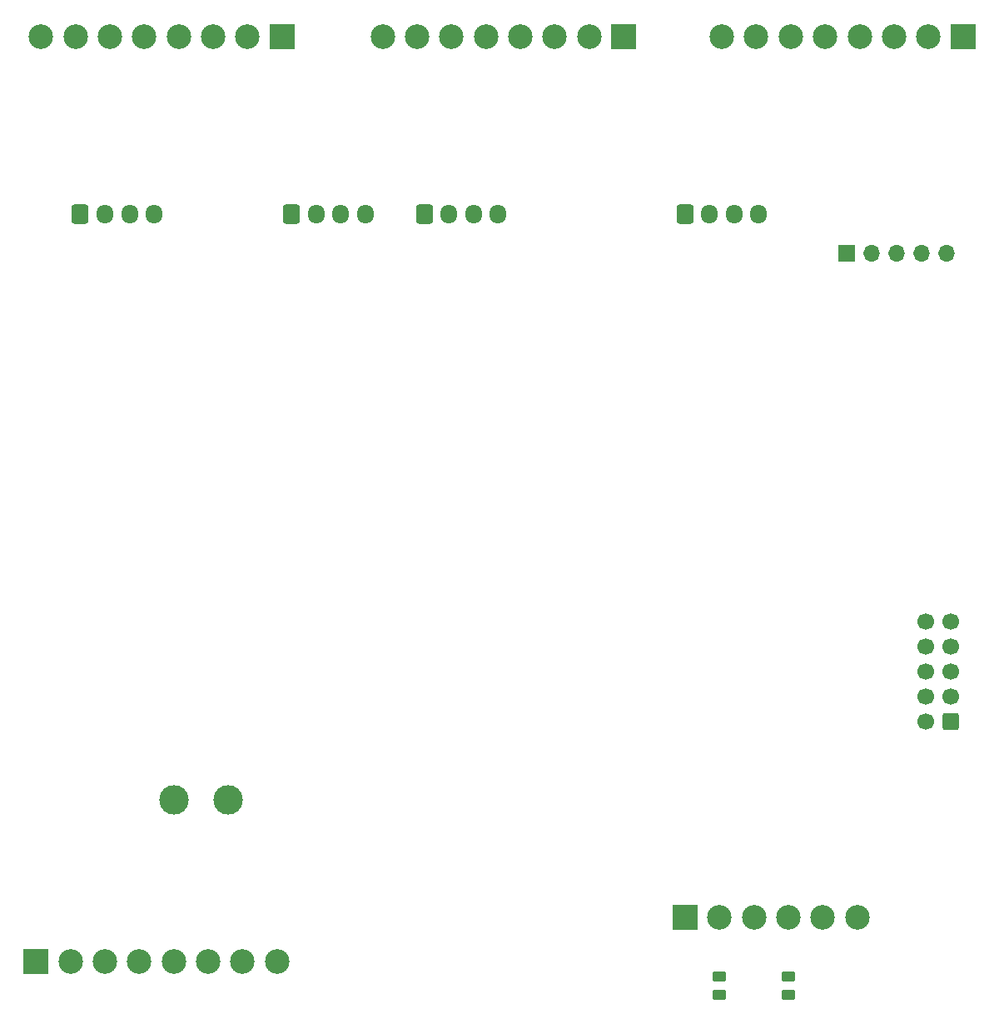
<source format=gbr>
%TF.GenerationSoftware,KiCad,Pcbnew,8.0.5-8.0.5-0~ubuntu22.04.1*%
%TF.CreationDate,2024-09-30T17:11:09+02:00*%
%TF.ProjectId,BTT-SKR-MINI-E3_shield,4254542d-534b-4522-9d4d-494e492d4533,rev?*%
%TF.SameCoordinates,Original*%
%TF.FileFunction,Soldermask,Top*%
%TF.FilePolarity,Negative*%
%FSLAX46Y46*%
G04 Gerber Fmt 4.6, Leading zero omitted, Abs format (unit mm)*
G04 Created by KiCad (PCBNEW 8.0.5-8.0.5-0~ubuntu22.04.1) date 2024-09-30 17:11:09*
%MOMM*%
%LPD*%
G01*
G04 APERTURE LIST*
G04 Aperture macros list*
%AMRoundRect*
0 Rectangle with rounded corners*
0 $1 Rounding radius*
0 $2 $3 $4 $5 $6 $7 $8 $9 X,Y pos of 4 corners*
0 Add a 4 corners polygon primitive as box body*
4,1,4,$2,$3,$4,$5,$6,$7,$8,$9,$2,$3,0*
0 Add four circle primitives for the rounded corners*
1,1,$1+$1,$2,$3*
1,1,$1+$1,$4,$5*
1,1,$1+$1,$6,$7*
1,1,$1+$1,$8,$9*
0 Add four rect primitives between the rounded corners*
20,1,$1+$1,$2,$3,$4,$5,0*
20,1,$1+$1,$4,$5,$6,$7,0*
20,1,$1+$1,$6,$7,$8,$9,0*
20,1,$1+$1,$8,$9,$2,$3,0*%
G04 Aperture macros list end*
%ADD10R,1.700000X1.700000*%
%ADD11O,1.700000X1.700000*%
%ADD12R,2.500000X2.500000*%
%ADD13C,2.500000*%
%ADD14RoundRect,0.250000X-0.600000X-0.725000X0.600000X-0.725000X0.600000X0.725000X-0.600000X0.725000X0*%
%ADD15O,1.700000X1.950000*%
%ADD16RoundRect,0.250000X0.450000X-0.262500X0.450000X0.262500X-0.450000X0.262500X-0.450000X-0.262500X0*%
%ADD17RoundRect,0.250000X-0.600000X-0.600000X0.600000X-0.600000X0.600000X0.600000X-0.600000X0.600000X0*%
%ADD18C,1.700000*%
%ADD19C,3.000000*%
G04 APERTURE END LIST*
D10*
%TO.C,GPIO1*%
X186925000Y-59000000D03*
D11*
X189465000Y-59000000D03*
X192005000Y-59000000D03*
X194545000Y-59000000D03*
X197085000Y-59000000D03*
%TD*%
D12*
%TO.C,MOTOR1*%
X129500000Y-37000000D03*
D13*
X126000000Y-37000000D03*
X122500000Y-37000000D03*
X119000000Y-37000000D03*
X115500000Y-37000000D03*
X112000000Y-37000000D03*
X108500000Y-37000000D03*
X105000000Y-37000000D03*
%TD*%
D12*
%TO.C,MOTOR3*%
X198750000Y-37000000D03*
D13*
X195250000Y-37000000D03*
X191750000Y-37000000D03*
X188250000Y-37000000D03*
X184750000Y-37000000D03*
X181250000Y-37000000D03*
X177750000Y-37000000D03*
X174250000Y-37000000D03*
%TD*%
D14*
%TO.C,EM1*%
X170500000Y-55000000D03*
D15*
X173000000Y-55000000D03*
X175500000Y-55000000D03*
X178000000Y-55000000D03*
%TD*%
D16*
%TO.C,R2*%
X181000000Y-134325000D03*
X181000000Y-132500000D03*
%TD*%
D14*
%TO.C,ZM1*%
X144000000Y-55000000D03*
D15*
X146500000Y-55000000D03*
X149000000Y-55000000D03*
X151500000Y-55000000D03*
%TD*%
D16*
%TO.C,R1*%
X174000000Y-134325000D03*
X174000000Y-132500000D03*
%TD*%
D12*
%TO.C,MOTOR4*%
X104500000Y-131000000D03*
D13*
X108000000Y-131000000D03*
X111500000Y-131000000D03*
X115000000Y-131000000D03*
X118500000Y-131000000D03*
X122000000Y-131000000D03*
X125500000Y-131000000D03*
X129000000Y-131000000D03*
%TD*%
D14*
%TO.C,YM1*%
X130500000Y-55000000D03*
D15*
X133000000Y-55000000D03*
X135500000Y-55000000D03*
X138000000Y-55000000D03*
%TD*%
D17*
%TO.C,EXP1*%
X197500000Y-106540000D03*
D18*
X194960000Y-106540000D03*
X197500000Y-104000000D03*
X194960000Y-104000000D03*
X197500000Y-101460000D03*
X194960000Y-101460000D03*
X197500000Y-98920000D03*
X194960000Y-98920000D03*
X197500000Y-96380000D03*
X194960000Y-96380000D03*
%TD*%
D14*
%TO.C,XM1*%
X109000000Y-55000000D03*
D15*
X111500000Y-55000000D03*
X114000000Y-55000000D03*
X116500000Y-55000000D03*
%TD*%
D19*
%TO.C,GRP-*%
X118500000Y-114500000D03*
%TD*%
D12*
%TO.C,PWR1*%
X170500000Y-126500000D03*
D13*
X174000000Y-126500000D03*
X177500000Y-126500000D03*
X181000000Y-126500000D03*
X184500000Y-126500000D03*
X188000000Y-126500000D03*
%TD*%
D19*
%TO.C,GRP+*%
X124000000Y-114500000D03*
%TD*%
D12*
%TO.C,MOTOR2*%
X164250000Y-37000000D03*
D13*
X160750000Y-37000000D03*
X157250000Y-37000000D03*
X153750000Y-37000000D03*
X150250000Y-37000000D03*
X146750000Y-37000000D03*
X143250000Y-37000000D03*
X139750000Y-37000000D03*
%TD*%
M02*

</source>
